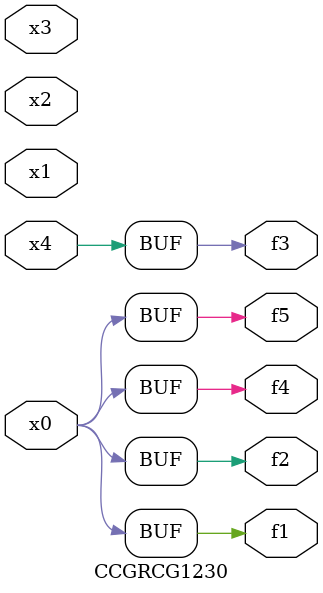
<source format=v>
module CCGRCG1230(
	input x0, x1, x2, x3, x4,
	output f1, f2, f3, f4, f5
);
	assign f1 = x0;
	assign f2 = x0;
	assign f3 = x4;
	assign f4 = x0;
	assign f5 = x0;
endmodule

</source>
